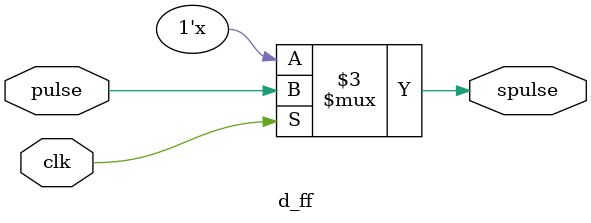
<source format=v>
`timescale 1ns / 1ps
module d_ff(
    input pulse,
    input clk,
    output reg spulse
    );
    
always @ (pulse or clk)
    if (clk)
        begin
            spulse = pulse;    
        end

endmodule

</source>
